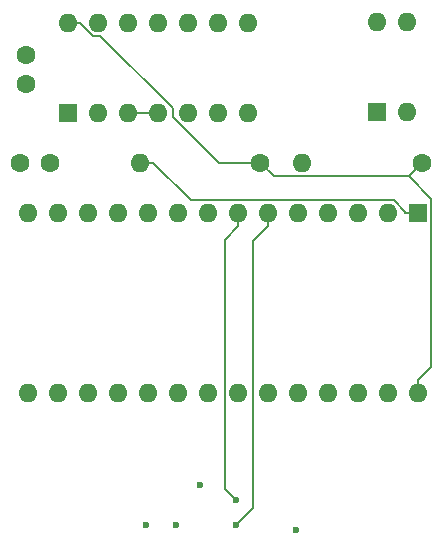
<source format=gbr>
%TF.GenerationSoftware,KiCad,Pcbnew,8.0.1*%
%TF.CreationDate,2024-04-05T09:22:38+02:00*%
%TF.ProjectId,zx-interface-2-rom,7a782d69-6e74-4657-9266-6163652d322d,rev?*%
%TF.SameCoordinates,Original*%
%TF.FileFunction,Copper,L2,Inr*%
%TF.FilePolarity,Positive*%
%FSLAX46Y46*%
G04 Gerber Fmt 4.6, Leading zero omitted, Abs format (unit mm)*
G04 Created by KiCad (PCBNEW 8.0.1) date 2024-04-05 09:22:38*
%MOMM*%
%LPD*%
G01*
G04 APERTURE LIST*
%TA.AperFunction,ComponentPad*%
%ADD10C,1.600000*%
%TD*%
%TA.AperFunction,ComponentPad*%
%ADD11O,1.600000X1.600000*%
%TD*%
%TA.AperFunction,ComponentPad*%
%ADD12R,1.600000X1.600000*%
%TD*%
%TA.AperFunction,ViaPad*%
%ADD13C,0.600000*%
%TD*%
%TA.AperFunction,Conductor*%
%ADD14C,0.200000*%
%TD*%
G04 APERTURE END LIST*
D10*
%TO.N,+5V*%
%TO.C,R2*%
X120600000Y-61025000D03*
D11*
%TO.N,Net-(U1-A14)*%
X110440000Y-61025000D03*
%TD*%
D10*
%TO.N,+5V*%
%TO.C,C2*%
X86525000Y-61000000D03*
%TO.N,GND*%
X89025000Y-61000000D03*
%TD*%
D12*
%TO.N,Net-(U1-A15)*%
%TO.C,U1*%
X120230000Y-65300000D03*
D11*
%TO.N,A12*%
X117690000Y-65300000D03*
%TO.N,A7*%
X115150000Y-65300000D03*
%TO.N,A6*%
X112610000Y-65300000D03*
%TO.N,A5*%
X110070000Y-65300000D03*
%TO.N,A4*%
X107530000Y-65300000D03*
%TO.N,A3*%
X104990000Y-65300000D03*
%TO.N,A2*%
X102450000Y-65300000D03*
%TO.N,A1*%
X99910000Y-65300000D03*
%TO.N,A0*%
X97370000Y-65300000D03*
%TO.N,D0*%
X94830000Y-65300000D03*
%TO.N,D1*%
X92290000Y-65300000D03*
%TO.N,D2*%
X89750000Y-65300000D03*
%TO.N,GND*%
X87210000Y-65300000D03*
%TO.N,D3*%
X87210000Y-80540000D03*
%TO.N,D4*%
X89750000Y-80540000D03*
%TO.N,D5*%
X92290000Y-80540000D03*
%TO.N,D6*%
X94830000Y-80540000D03*
%TO.N,D7*%
X97370000Y-80540000D03*
%TO.N,Net-(U1-~{CE})*%
X99910000Y-80540000D03*
%TO.N,A10*%
X102450000Y-80540000D03*
%TO.N,Net-(J1-~{MREQ})*%
X104990000Y-80540000D03*
%TO.N,A11*%
X107530000Y-80540000D03*
%TO.N,A9*%
X110070000Y-80540000D03*
%TO.N,A8*%
X112610000Y-80540000D03*
%TO.N,A13*%
X115150000Y-80540000D03*
%TO.N,Net-(U1-A14)*%
X117690000Y-80540000D03*
%TO.N,+5V*%
X120230000Y-80540000D03*
%TD*%
D10*
%TO.N,+5V*%
%TO.C,C1*%
X87000000Y-51875000D03*
%TO.N,GND*%
X87000000Y-54375000D03*
%TD*%
D12*
%TO.N,GND*%
%TO.C,SW1*%
X116735000Y-56750000D03*
D11*
X119275000Y-56750000D03*
%TO.N,Net-(U1-A15)*%
X119275000Y-49130000D03*
%TO.N,Net-(U1-A14)*%
X116735000Y-49130000D03*
%TD*%
D10*
%TO.N,+5V*%
%TO.C,R1*%
X106830000Y-61000000D03*
D11*
%TO.N,Net-(U1-A15)*%
X96670000Y-61000000D03*
%TD*%
D12*
%TO.N,Net-(J1-A15)*%
%TO.C,U2*%
X90610000Y-56770000D03*
D11*
%TO.N,Net-(J1-A14)*%
X93150000Y-56770000D03*
%TO.N,Net-(U2-Pad3)*%
X95690000Y-56770000D03*
X98230000Y-56770000D03*
%TO.N,Net-(J1-~{MREQ})*%
X100770000Y-56770000D03*
%TO.N,Net-(U1-~{CE})*%
X103310000Y-56770000D03*
%TO.N,GND*%
X105850000Y-56770000D03*
%TO.N,unconnected-(U2-Pad8)*%
X105850000Y-49150000D03*
%TO.N,GND*%
X103310000Y-49150000D03*
X100770000Y-49150000D03*
%TO.N,unconnected-(U2-Pad11)*%
X98230000Y-49150000D03*
%TO.N,GND*%
X95690000Y-49150000D03*
X93150000Y-49150000D03*
%TO.N,+5V*%
X90610000Y-49150000D03*
%TD*%
D13*
%TO.N,A2*%
X101786900Y-88269000D03*
%TO.N,A1*%
X99720000Y-91720500D03*
%TO.N,A0*%
X97180000Y-91720500D03*
%TO.N,A5*%
X109900700Y-92148200D03*
%TO.N,A4*%
X104800000Y-91720500D03*
%TO.N,A3*%
X104800000Y-89554700D03*
%TD*%
D14*
%TO.N,+5V*%
X119449800Y-62175200D02*
X121331700Y-64057100D01*
X90610000Y-49150000D02*
X91711700Y-49150000D01*
X92675600Y-50251700D02*
X93335400Y-50251700D01*
X91711700Y-49150000D02*
X91711700Y-49287800D01*
X99500000Y-57143300D02*
X103356700Y-61000000D01*
X103356700Y-61000000D02*
X106830000Y-61000000D01*
X93335400Y-50251700D02*
X99500000Y-56416300D01*
X119449800Y-62175200D02*
X108005200Y-62175200D01*
X120600000Y-61025000D02*
X119449800Y-62175200D01*
X120230000Y-80540000D02*
X120230000Y-79438300D01*
X121331700Y-64057100D02*
X121331700Y-78336600D01*
X99500000Y-56416300D02*
X99500000Y-57143300D01*
X91711700Y-49287800D02*
X92675600Y-50251700D01*
X121331700Y-78336600D02*
X120230000Y-79438300D01*
X108005200Y-62175200D02*
X106830000Y-61000000D01*
%TO.N,Net-(U1-A15)*%
X100970000Y-64198300D02*
X97771700Y-61000000D01*
X120230000Y-65300000D02*
X119128300Y-65300000D01*
X96670000Y-61000000D02*
X97771700Y-61000000D01*
X118164400Y-64198300D02*
X100970000Y-64198300D01*
X119128300Y-65162200D02*
X118164400Y-64198300D01*
X119128300Y-65300000D02*
X119128300Y-65162200D01*
%TO.N,A4*%
X104800000Y-91720500D02*
X106260000Y-90260500D01*
X106260000Y-90260500D02*
X106260000Y-67671700D01*
X106260000Y-67671700D02*
X107530000Y-66401700D01*
X107530000Y-65300000D02*
X107530000Y-66401700D01*
%TO.N,A3*%
X104990000Y-65300000D02*
X104990000Y-66401700D01*
X103873700Y-67518000D02*
X103873700Y-88628400D01*
X104990000Y-66401700D02*
X103873700Y-67518000D01*
X103873700Y-88628400D02*
X104800000Y-89554700D01*
%TO.N,Net-(U2-Pad3)*%
X98230000Y-56770000D02*
X95690000Y-56770000D01*
%TD*%
M02*

</source>
